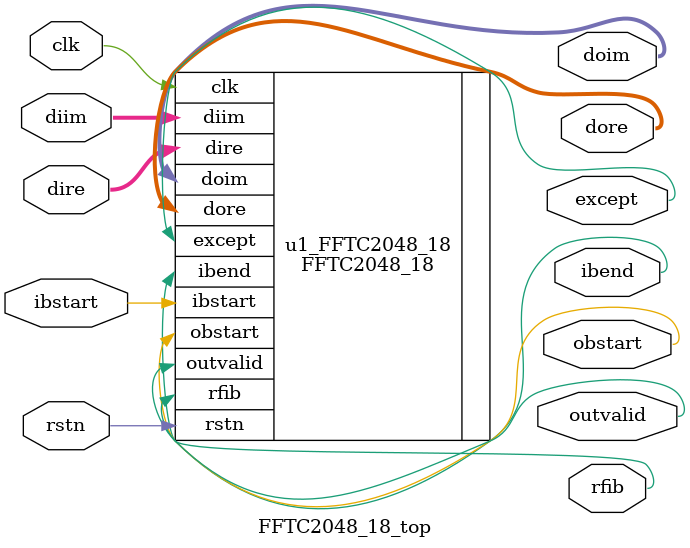
<source format=v>


module FFTC2048_18_top (
               clk,                       // system clock
               rstn,                      // system reset
               ibstart,                   // input block start indicator
               dire,                      // real part of input data
               diim,                      // imaginary part of input data

               except,                    // exception signal
               rfib,                      // ready for input block
               ibend,                     // input block end
               obstart,                   // output block start
               outvalid,                  // output outvalid
               dore,                      // real part of output data
               doim                       // imaginary part of output data
);
         // input ports
      input                                 clk;
      input                                 rstn;
      input                                 ibstart;
      input [18-1:0]                 dire;
      input [18-1:0]                 diim;
      // output ports
         output                             except;
      output                                rfib;
      output                                ibend;
      output                                obstart;
      output                                outvalid;
      output[18-1:0]                dore;
      output[18-1:0]                doim;
FFTC2048_18 u1_FFTC2048_18 (
               .clk(clk),                 // system clock
               .rstn(rstn),               // system reset
               .ibstart(ibstart),         // input block start indicator
               .dire(dire),               // real part of input data
               .diim(diim),               // imaginary part of input data

               .except(except),           // exception signal
               .rfib(rfib),               // ready for input block
               .ibend(ibend),             // input block end
               .obstart(obstart),         // output block start
               .outvalid(outvalid),       // output outvalid
               .dore(dore),               // real part of output data
               .doim(doim)                // imaginary part of output data
);
endmodule

</source>
